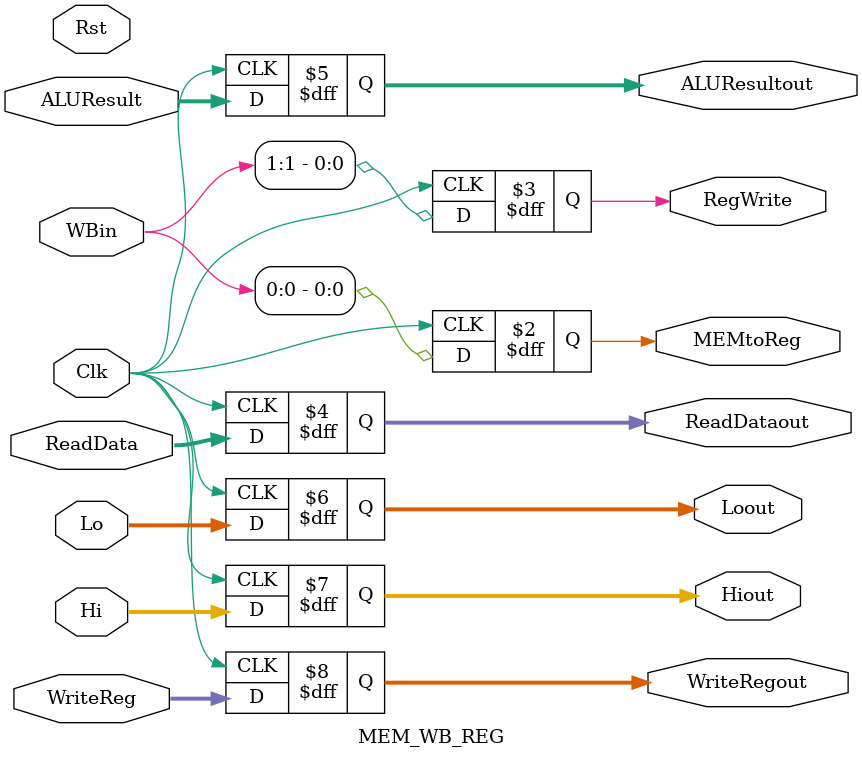
<source format=v>
`timescale 1ns / 1ps


module MEM_WB_REG(Rst, Clk, WBin, ReadData, ALUResult, WriteReg, MEMtoReg, RegWrite, ReadDataout, ALUResultout, WriteRegout, Lo, Hi, Loout, Hiout);
  input Rst, Clk;
  input [1:0] WBin;
  input [31:0] ReadData, ALUResult, Lo, Hi;
  input [4:0] WriteReg;
  
  output reg MEMtoReg, RegWrite;
  output reg [31:0] ReadDataout, ALUResultout, Loout, Hiout;
  output reg [4:0] WriteRegout;
  
  
  always @(posedge Clk) begin
    MEMtoReg <= WBin[0];
    RegWrite <= WBin[1];
    ReadDataout <= ReadData;
    ALUResultout <= ALUResult;
    WriteRegout <= WriteReg;
    Loout <= Lo;
    Hiout <= Hi;
  end


endmodule

</source>
